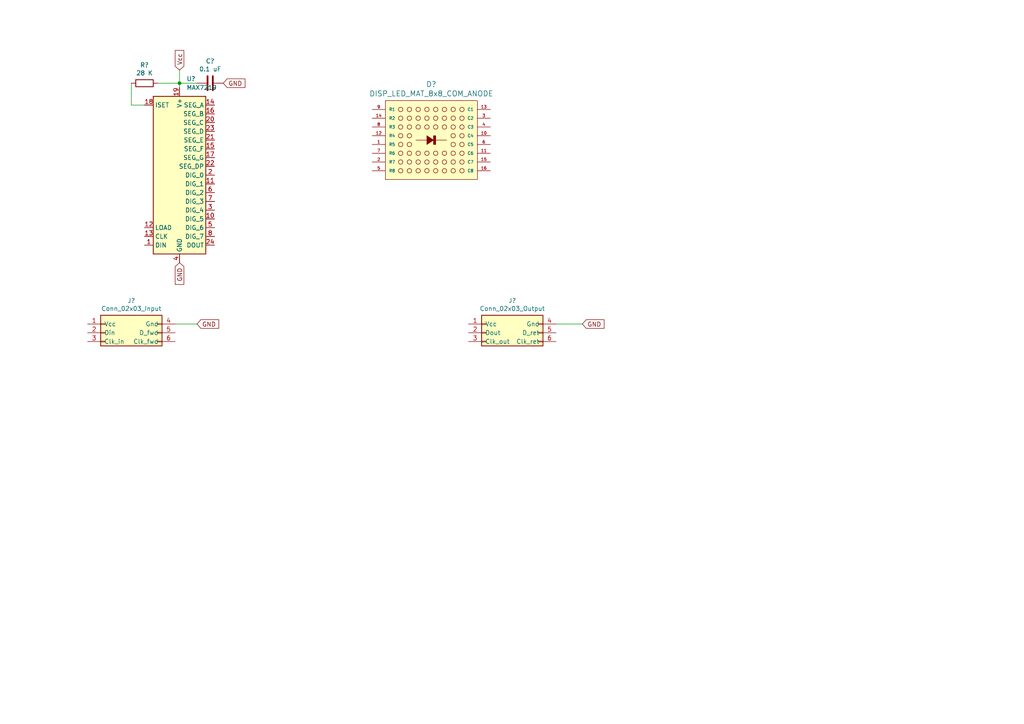
<source format=kicad_sch>
(kicad_sch (version 20211123) (generator eeschema)
  (paper "A4")
  (lib_symbols
    (symbol "Device:C" (pin_numbers hide) (pin_names (offset 0.254))
      (property "Reference" "C" (at 0.635 2.54 0))
      (property "Value" "C" (at 0.635 -2.54 0))
      (symbol "C_0_1"
        (polyline (pts (xy -2.032 -0.762) (xy 2.032 -0.762)) (stroke (width 0.508)))
        (polyline (pts (xy -2.032 0.762) (xy 2.032 0.762)) (stroke (width 0.508)))
      )
      (symbol "C_1_1"
        (pin passive line (at 0 3.81 270) (length 2.794) (name "~") (number "1"))
        (pin passive line (at 0 -3.81 90) (length 2.794) (name "~") (number "2"))
      )
    )
    (symbol "Device:R" (pin_numbers hide) (pin_names (offset 0))
      (property "Reference" "R" (at 2.032 0 90))
      (property "Value" "R" (at 0 0 90))
      (symbol "R_0_1"
        (rectangle (start -1.016 -2.54) (end 1.016 2.54) (stroke (width 0.254)))
      )
      (symbol "R_1_1"
        (pin passive line (at 0 3.81 270) (length 1.27) (name "~") (number "1"))
        (pin passive line (at 0 -3.81 90) (length 1.27) (name "~") (number "2"))
      )
    )
    (symbol "Driver_LED:MAX7219"
      (property "Reference" "U" (at -6.35 24.13 0))
      (property "Value" "MAX7219" (at 1.27 25.4 0))
      (symbol "MAX7219_0_1"
        (rectangle (start -7.62 22.86) (end 7.62 -22.86) (stroke (width 0.254)) (fill (type background)))
      )
      (symbol "MAX7219_1_1"
        (pin input line (at -10.16 -20.32 0) (length 2.54) (name "DIN") (number "1"))
        (pin output line (at 10.16 -12.7 180) (length 2.54) (name "DIG_5") (number "10"))
        (pin output line (at 10.16 -2.54 180) (length 2.54) (name "DIG_1") (number "11"))
        (pin input line (at -10.16 -15.24 0) (length 2.54) (name "LOAD") (number "12"))
        (pin input line (at -10.16 -17.78 0) (length 2.54) (name "CLK") (number "13"))
        (pin output line (at 10.16 20.32 180) (length 2.54) (name "SEG_A") (number "14"))
        (pin output line (at 10.16 7.62 180) (length 2.54) (name "SEG_F") (number "15"))
        (pin output line (at 10.16 17.78 180) (length 2.54) (name "SEG_B") (number "16"))
        (pin output line (at 10.16 5.08 180) (length 2.54) (name "SEG_G") (number "17"))
        (pin input line (at -10.16 20.32 0) (length 2.54) (name "ISET") (number "18"))
        (pin power_in line (at 0 25.4 270) (length 2.54) (name "V+") (number "19"))
        (pin output line (at 10.16 0 180) (length 2.54) (name "DIG_0") (number "2"))
        (pin output line (at 10.16 15.24 180) (length 2.54) (name "SEG_C") (number "20"))
        (pin output line (at 10.16 10.16 180) (length 2.54) (name "SEG_E") (number "21"))
        (pin output line (at 10.16 2.54 180) (length 2.54) (name "SEG_DP") (number "22"))
        (pin output line (at 10.16 12.7 180) (length 2.54) (name "SEG_D") (number "23"))
        (pin output line (at 10.16 -20.32 180) (length 2.54) (name "DOUT") (number "24"))
        (pin output line (at 10.16 -10.16 180) (length 2.54) (name "DIG_4") (number "3"))
        (pin power_in line (at 0 -25.4 90) (length 2.54) (name "GND") (number "4"))
        (pin output line (at 10.16 -15.24 180) (length 2.54) (name "DIG_6") (number "5"))
        (pin output line (at 10.16 -5.08 180) (length 2.54) (name "DIG_2") (number "6"))
        (pin output line (at 10.16 -7.62 180) (length 2.54) (name "DIG_3") (number "7"))
        (pin output line (at 10.16 -17.78 180) (length 2.54) (name "DIG_7") (number "8"))
        (pin passive line (at 0 -25.4 90) (length 2.54) hide (name "GND") (number "9"))
      )
    )
    (symbol "akn_misc:DISP_LED_MAT_8x8_COM_ANODE" (pin_names (offset 1.016))
      (property "Reference" "D" (at 5.08 -1.27 0))
      (property "Value" "DISP_LED_MAT_8x8_COM_ANODE" (at 16.51 24.13 0))
      (symbol "DISP_LED_MAT_8x8_COM_ANODE_0_1"
        (polyline (pts (xy 12.7 11.43) (xy 21.59 11.43)))
        (polyline (pts (xy 17.78 11.43) (xy 15.875 10.16) (xy 15.875 12.7) (xy 17.78 11.43)) (fill (type outline)))
        (polyline (pts (xy 18.415 10.16) (xy 18.415 12.7) (xy 17.78 12.7) (xy 17.78 10.16) (xy 18.415 10.16)) (fill (type outline)))
        (rectangle (start 3.81 0) (end 30.48 22.86) (fill (type background)))
        (circle (center 8.255 2.54) (radius 0.635))
        (circle (center 8.255 5.08) (radius 0.635))
        (circle (center 8.255 7.62) (radius 0.635))
        (circle (center 8.255 10.16) (radius 0.635))
        (circle (center 8.255 12.7) (radius 0.635))
        (circle (center 8.255 15.24) (radius 0.635))
        (circle (center 8.255 17.78) (radius 0.635))
        (circle (center 8.255 20.32) (radius 0.635))
        (circle (center 10.795 2.54) (radius 0.635))
        (circle (center 10.795 5.08) (radius 0.635))
        (circle (center 10.795 7.62) (radius 0.635))
        (circle (center 10.795 10.16) (radius 0.635))
        (circle (center 10.795 12.7) (radius 0.635))
        (circle (center 10.795 15.24) (radius 0.635))
        (circle (center 10.795 17.78) (radius 0.635))
        (circle (center 10.795 20.32) (radius 0.635))
        (circle (center 13.335 2.54) (radius 0.635))
        (circle (center 13.335 5.08) (radius 0.635))
        (circle (center 13.335 7.62) (radius 0.635))
        (circle (center 13.335 15.24) (radius 0.635))
        (circle (center 13.335 17.78) (radius 0.635))
        (circle (center 13.335 20.32) (radius 0.635))
        (circle (center 15.875 2.54) (radius 0.635))
        (circle (center 15.875 5.08) (radius 0.635))
        (circle (center 15.875 7.62) (radius 0.635))
        (circle (center 15.875 15.24) (radius 0.635))
        (circle (center 15.875 17.78) (radius 0.635))
        (circle (center 15.875 20.32) (radius 0.635))
        (circle (center 18.415 2.54) (radius 0.635))
        (circle (center 18.415 5.08) (radius 0.635))
        (circle (center 18.415 7.62) (radius 0.635))
        (circle (center 18.415 15.24) (radius 0.635))
        (circle (center 18.415 17.78) (radius 0.635))
        (circle (center 18.415 20.32) (radius 0.635))
        (circle (center 20.955 2.54) (radius 0.635))
        (circle (center 20.955 5.08) (radius 0.635))
        (circle (center 20.955 7.62) (radius 0.635))
        (circle (center 20.955 15.24) (radius 0.635))
        (circle (center 20.955 17.78) (radius 0.635))
        (circle (center 20.955 20.32) (radius 0.635))
        (circle (center 23.495 2.54) (radius 0.635))
        (circle (center 23.495 5.08) (radius 0.635))
        (circle (center 23.495 7.62) (radius 0.635))
        (circle (center 23.495 10.16) (radius 0.635))
        (circle (center 23.495 12.7) (radius 0.635))
        (circle (center 23.495 15.24) (radius 0.635))
        (circle (center 23.495 17.78) (radius 0.635))
        (circle (center 23.495 20.32) (radius 0.635))
        (circle (center 26.035 2.54) (radius 0.635))
        (circle (center 26.035 5.08) (radius 0.635))
        (circle (center 26.035 7.62) (radius 0.635))
        (circle (center 26.035 10.16) (radius 0.635))
        (circle (center 26.035 12.7) (radius 0.635))
        (circle (center 26.035 15.24) (radius 0.635))
        (circle (center 26.035 17.78) (radius 0.635))
        (circle (center 26.035 20.32) (radius 0.635))
        (pin input line (at 0 20.32 0) (length 3.81) (name "R1") (number "9"))
      )
      (symbol "DISP_LED_MAT_8x8_COM_ANODE_1_1"
        (pin input line (at 0 10.16 0) (length 3.81) (name "R5") (number "1"))
        (pin output line (at 34.29 12.7 180) (length 3.81) (name "C4") (number "10"))
        (pin output line (at 34.29 7.62 180) (length 3.81) (name "C6") (number "11"))
        (pin input line (at 0 12.7 0) (length 3.81) (name "R4") (number "12"))
        (pin output line (at 34.29 20.32 180) (length 3.81) (name "C1") (number "13"))
        (pin input line (at 0 17.78 0) (length 3.81) (name "R2") (number "14"))
        (pin output line (at 34.29 5.08 180) (length 3.81) (name "C7") (number "15"))
        (pin output line (at 34.29 2.54 180) (length 3.81) (name "C8") (number "16"))
        (pin input line (at 0 5.08 0) (length 3.81) (name "R7") (number "2"))
        (pin output line (at 34.29 17.78 180) (length 3.81) (name "C2") (number "3"))
        (pin output line (at 34.29 15.24 180) (length 3.81) (name "C3") (number "4"))
        (pin input line (at 0 2.54 0) (length 3.81) (name "R8") (number "5"))
        (pin output line (at 34.29 10.16 180) (length 3.81) (name "C5") (number "6"))
        (pin input line (at 0 7.62 0) (length 3.81) (name "R6") (number "7"))
        (pin input line (at 0 15.24 0) (length 3.81) (name "R3") (number "8"))
      )
    )
    (symbol "my_connectors:Conn_02x03_Input" (pin_names (offset 1.016))
      (property "Reference" "J" (at 0 6.35 0))
      (property "Value" "Conn_02x03_Input" (at 0 -5.08 0))
      (symbol "Conn_02x03_Input_0_1"
        (rectangle (start -8.89 5.08) (end 8.89 -3.81) (stroke (width 0.254)) (fill (type background)))
      )
      (symbol "Conn_02x03_Input_1_1"
        (rectangle (start -8.89 -2.413) (end -7.62 -2.667) (stroke (width 0.1524)))
        (rectangle (start -8.89 0.127) (end -7.62 -0.127) (stroke (width 0.1524)))
        (rectangle (start -8.89 2.667) (end -7.62 2.413) (stroke (width 0.1524)))
        (rectangle (start 8.89 -2.413) (end 7.62 -2.667) (stroke (width 0.1524)))
        (rectangle (start 8.89 0.127) (end 7.62 -0.127) (stroke (width 0.1524)))
        (rectangle (start 8.89 2.667) (end 7.62 2.413) (stroke (width 0.1524)))
        (pin power_in line (at -12.7 2.54 0) (length 3.81) (name "Vcc") (number "1"))
        (pin input line (at -12.7 0 0) (length 3.81) (name "Din") (number "2"))
        (pin input line (at -12.7 -2.54 0) (length 3.81) (name "Clk_in") (number "3"))
        (pin power_in line (at 12.7 2.54 180) (length 3.81) (name "Gnd") (number "4"))
        (pin output line (at 12.7 0 180) (length 3.81) (name "D_fwd") (number "5"))
        (pin output line (at 12.7 -2.54 180) (length 3.81) (name "Clk_fwd") (number "6"))
      )
    )
    (symbol "my_connectors:Conn_02x03_Output" (pin_names (offset 1.016))
      (property "Reference" "J" (at 0 6.35 0))
      (property "Value" "Conn_02x03_Output" (at 0 -5.08 0))
      (symbol "Conn_02x03_Output_0_1"
        (rectangle (start -8.89 5.08) (end 8.89 -3.81) (stroke (width 0.254)) (fill (type background)))
      )
      (symbol "Conn_02x03_Output_1_1"
        (rectangle (start -8.89 -2.413) (end -7.62 -2.667) (stroke (width 0.1524)))
        (rectangle (start -8.89 0.127) (end -7.62 -0.127) (stroke (width 0.1524)))
        (rectangle (start -8.89 2.667) (end -7.62 2.413) (stroke (width 0.1524)))
        (rectangle (start 8.89 -2.413) (end 7.62 -2.667) (stroke (width 0.1524)))
        (rectangle (start 8.89 0.127) (end 7.62 -0.127) (stroke (width 0.1524)))
        (rectangle (start 8.89 2.667) (end 7.62 2.413) (stroke (width 0.1524)))
        (pin power_out line (at -12.7 2.54 0) (length 3.81) (name "Vcc") (number "1"))
        (pin output line (at -12.7 0 0) (length 3.81) (name "Dout") (number "2"))
        (pin output line (at -12.7 -2.54 0) (length 3.81) (name "Clk_out") (number "3"))
        (pin power_out line (at 12.7 2.54 180) (length 3.81) (name "Gnd") (number "4"))
        (pin input line (at 12.7 0 180) (length 3.81) (name "D_ret") (number "5"))
        (pin input line (at 12.7 -2.54 180) (length 3.81) (name "Clk_ret") (number "6"))
      )
    )
  )
  (junction (at 52.07 24.13))
  (wire (pts (xy 52.07 20.32) (xy 52.07 24.13)))
  (wire (pts (xy 38.1 30.48) (xy 41.91 30.48)))
  (wire (pts (xy 161.29 93.98) (xy 168.91 93.98)))
  (wire (pts (xy 45.72 24.13) (xy 52.07 24.13)))
  (wire (pts (xy 38.1 24.13) (xy 38.1 30.48)))
  (wire (pts (xy 50.8 93.98) (xy 57.15 93.98)))
  (wire (pts (xy 52.07 24.13) (xy 52.07 25.4)))
  (wire (pts (xy 52.07 24.13) (xy 57.15 24.13)))
  (global_label "GND" (shape input) (at 64.77 24.13 0) (property "Intersheet References" "${INTERSHEET_REFS}" (effects hide)))
  (global_label "GND" (shape input) (at 168.91 93.98 0) (property "Intersheet References" "${INTERSHEET_REFS}" (effects hide)))
  (global_label "GND" (shape input) (at 52.07 76.2 270) (property "Intersheet References" "${INTERSHEET_REFS}" (effects hide)))
  (global_label "Vcc" (shape input) (at 52.07 20.32 90) (property "Intersheet References" "${INTERSHEET_REFS}" (effects hide)))
  (global_label "GND" (shape input) (at 57.15 93.98 0) (property "Intersheet References" "${INTERSHEET_REFS}" (effects hide)))
  (symbol (lib_id "akn_misc:DISP_LED_MAT_8x8_COM_ANODE") (at 107.95 52.07 0) (unit 1)
    (property "Reference" "D?" (at 125.095 24.4602 0) (effects (font (size 1.524 1.524))))
    (property "Value" "DISP_LED_MAT_8x8_COM_ANODE" (at 125.095 27.1526 0) (effects (font (size 1.524 1.524))))
  )
  (symbol (lib_id "my_connectors:Conn_02x03_Input") (at 38.1 96.52 0) (unit 1)
    (property "Reference" "J?" (at 38.1 87.1982 0))
    (property "Value" "Conn_02x03_Input" (at 38.1 89.5096 0))
  )
  (symbol (lib_id "my_connectors:Conn_02x03_Output") (at 148.59 96.52 0) (unit 1)
    (property "Reference" "J?" (at 148.59 87.1982 0))
    (property "Value" "Conn_02x03_Output" (at 148.59 89.5096 0))
  )
  (symbol (lib_id "Device:R") (at 41.91 24.13 270) (unit 1)
    (property "Reference" "R?" (at 41.91 18.8722 90))
    (property "Value" "28 K" (at 41.91 21.1836 90))
  )
  (symbol (lib_id "Device:C") (at 60.96 24.13 270) (unit 1)
    (property "Reference" "C?" (at 60.96 17.7292 90))
    (property "Value" "0.1 uF" (at 60.96 20.0406 90))
  )
  (symbol (lib_id "Driver_LED:MAX7219") (at 52.07 50.8 0) (unit 1)
    (property "Reference" "U?" (at 54.0894 22.86 0) (effects (justify left)))
    (property "Value" "MAX7219" (at 54.0894 25.4 0) (effects (justify left)))
    (property "Datasheet" "https://datasheets.maximintegrated.com/en/ds/MAX7219-MAX7221.pdf" (effects hide))
  )
)
</source>
